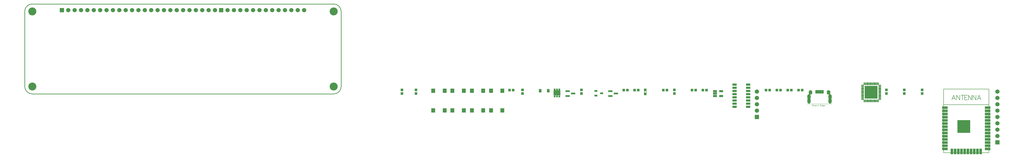
<source format=gts>
G04*
G04 #@! TF.GenerationSoftware,Altium Limited,Altium Designer,18.1.9 (240)*
G04*
G04 Layer_Color=8388736*
%FSLAX44Y44*%
%MOMM*%
G71*
G01*
G75*
%ADD10C,0.3000*%
%ADD15C,0.1270*%
%ADD16C,0.2540*%
%ADD18C,0.1000*%
%ADD19C,0.1984*%
%ADD38R,2.2032X1.1032*%
%ADD39R,1.1032X2.2032*%
%ADD40R,5.2032X5.2032*%
%ADD41R,1.1032X1.0032*%
%ADD42R,1.0432X0.4232*%
%ADD43R,0.4232X1.0432*%
%ADD44R,5.1532X5.1532*%
%ADD45R,0.6532X1.4032*%
%ADD46R,1.0032X1.1032*%
%ADD47R,1.7272X0.8382*%
%ADD48R,1.5032X0.9032*%
%ADD49R,1.0032X1.0032*%
%ADD50R,1.8032X0.8032*%
%ADD51R,1.2532X0.8032*%
%ADD52R,0.6532X0.8032*%
%ADD53R,2.8032X2.0032*%
%ADD54R,1.1172X1.4222*%
%ADD55R,1.5032X1.7531*%
%ADD56R,1.7032X1.7032*%
%ADD57C,1.7032*%
%ADD58R,1.7032X1.7032*%
%ADD59R,1.3032X1.3032*%
%ADD60O,1.4032X1.8032*%
%ADD61O,1.3032X2.0032*%
%ADD62C,3.2032*%
D10*
X3963180Y829620D02*
G03*
X3963180Y829620I-1000J0D01*
G01*
D15*
X3955350Y841740D02*
X4134550D01*
X3954950Y649740D02*
Y904740D01*
Y649740D02*
X4134950D01*
Y904740D01*
X3954950D02*
X4134950D01*
X2763330Y885190D02*
Y901190D01*
X2771330Y885190D02*
Y901190D01*
X2763330D02*
X2771330D01*
X2763330Y885190D02*
X2771330D01*
D16*
X1526500Y885220D02*
G03*
X1556500Y915220I0J30000D01*
G01*
X296500D02*
G03*
X326500Y885220I30000J0D01*
G01*
Y1245220D02*
G03*
X296500Y1215220I0J-30000D01*
G01*
X1556500D02*
G03*
X1526500Y1245220I-30000J0D01*
G01*
X326500Y885220D02*
X1526500D01*
X296500Y915220D02*
Y1215220D01*
X326500Y1245220D02*
X1526500D01*
X1556500Y915220D02*
Y1215220D01*
D18*
X3410750Y845280D02*
X3510750D01*
X3432810Y841928D02*
Y836930D01*
X3435309D01*
X3436142Y837763D01*
Y838596D01*
X3435309Y839429D01*
X3432810D01*
X3435309D01*
X3436142Y840262D01*
Y841095D01*
X3435309Y841928D01*
X3432810D01*
X3438641Y836930D02*
X3440308D01*
X3441141Y837763D01*
Y839429D01*
X3440308Y840262D01*
X3438641D01*
X3437809Y839429D01*
Y837763D01*
X3438641Y836930D01*
X3443640Y840262D02*
X3445306D01*
X3446139Y839429D01*
Y836930D01*
X3443640D01*
X3442807Y837763D01*
X3443640Y838596D01*
X3446139D01*
X3447805Y840262D02*
Y836930D01*
Y838596D01*
X3448638Y839429D01*
X3449471Y840262D01*
X3450304D01*
X3456136Y841928D02*
Y836930D01*
X3453636D01*
X3452804Y837763D01*
Y839429D01*
X3453636Y840262D01*
X3456136D01*
X3466133Y841928D02*
X3462800D01*
Y836930D01*
X3466133D01*
X3462800Y839429D02*
X3464466D01*
X3471131Y841928D02*
Y836930D01*
X3468632D01*
X3467798Y837763D01*
Y839429D01*
X3468632Y840262D01*
X3471131D01*
X3474463Y835264D02*
X3475296D01*
X3476129Y836097D01*
Y840262D01*
X3473630D01*
X3472797Y839429D01*
Y837763D01*
X3473630Y836930D01*
X3476129D01*
X3480294D02*
X3478628D01*
X3477795Y837763D01*
Y839429D01*
X3478628Y840262D01*
X3480294D01*
X3481128Y839429D01*
Y838596D01*
X3477795D01*
D19*
X4001984Y861249D02*
X3994842Y879995D01*
X3987701Y861249D01*
X3990379Y867498D02*
X3999306D01*
X4006358Y879995D02*
Y861249D01*
Y879995D02*
X4018855Y861249D01*
Y879995D02*
Y861249D01*
X4030281Y879995D02*
Y861249D01*
X4024033Y879995D02*
X4036530D01*
X4050366D02*
X4038762D01*
Y861249D01*
X4050366D01*
X4038762Y871069D02*
X4045903D01*
X4053490Y879995D02*
Y861249D01*
Y879995D02*
X4065988Y861249D01*
Y879995D02*
Y861249D01*
X4071165Y879995D02*
Y861249D01*
Y879995D02*
X4083663Y861249D01*
Y879995D02*
Y861249D01*
X4103123D02*
X4095981Y879995D01*
X4088840Y861249D01*
X4091518Y867498D02*
X4100445D01*
D38*
X4129950Y829840D02*
D03*
Y817140D02*
D03*
Y804440D02*
D03*
Y791740D02*
D03*
Y779040D02*
D03*
Y766340D02*
D03*
Y753640D02*
D03*
Y740940D02*
D03*
Y728240D02*
D03*
Y715540D02*
D03*
Y702840D02*
D03*
Y690140D02*
D03*
Y677440D02*
D03*
Y664740D02*
D03*
X3959950D02*
D03*
Y677440D02*
D03*
Y690140D02*
D03*
Y702840D02*
D03*
Y715540D02*
D03*
Y728240D02*
D03*
Y740940D02*
D03*
Y753640D02*
D03*
Y766340D02*
D03*
Y779040D02*
D03*
Y791740D02*
D03*
Y804440D02*
D03*
Y817140D02*
D03*
Y829840D02*
D03*
D39*
X4102100Y654740D02*
D03*
X4089400D02*
D03*
X4076700D02*
D03*
X4064000D02*
D03*
X4051300D02*
D03*
X4038600D02*
D03*
X4025900D02*
D03*
X4013200D02*
D03*
X4000500D02*
D03*
X3987800D02*
D03*
D40*
X4034950Y754840D02*
D03*
D41*
X3869690Y887080D02*
D03*
Y901080D02*
D03*
X3798570Y887080D02*
D03*
Y901080D02*
D03*
X3727450Y887080D02*
D03*
Y901080D02*
D03*
X2882900Y887080D02*
D03*
Y901080D02*
D03*
X2513330Y887080D02*
D03*
Y901080D02*
D03*
X2278380Y887080D02*
D03*
Y901080D02*
D03*
X1854200Y887080D02*
D03*
Y901080D02*
D03*
X1798320Y887080D02*
D03*
Y901080D02*
D03*
D42*
X3700940Y863540D02*
D03*
Y867540D02*
D03*
Y871540D02*
D03*
Y875540D02*
D03*
Y879540D02*
D03*
Y883540D02*
D03*
Y887540D02*
D03*
Y891540D02*
D03*
Y895540D02*
D03*
Y899540D02*
D03*
Y903540D02*
D03*
Y907540D02*
D03*
Y911540D02*
D03*
Y915540D02*
D03*
Y919540D02*
D03*
X3632040D02*
D03*
Y915540D02*
D03*
Y911540D02*
D03*
Y907540D02*
D03*
Y903540D02*
D03*
Y899540D02*
D03*
Y895540D02*
D03*
Y891540D02*
D03*
Y887540D02*
D03*
Y883540D02*
D03*
Y879540D02*
D03*
Y875540D02*
D03*
Y871540D02*
D03*
Y867540D02*
D03*
Y863540D02*
D03*
D43*
X3638490Y857090D02*
D03*
X3642490D02*
D03*
X3646490D02*
D03*
X3650490D02*
D03*
X3654490D02*
D03*
X3658490D02*
D03*
X3662490D02*
D03*
X3666490D02*
D03*
X3670490D02*
D03*
X3674490D02*
D03*
X3678490D02*
D03*
X3682490D02*
D03*
X3686490D02*
D03*
X3690490D02*
D03*
X3694490D02*
D03*
Y925990D02*
D03*
X3690490D02*
D03*
X3686490D02*
D03*
X3682490D02*
D03*
X3678490D02*
D03*
X3674490D02*
D03*
X3670490D02*
D03*
X3666490D02*
D03*
X3662490D02*
D03*
X3658490D02*
D03*
X3654490D02*
D03*
X3650490D02*
D03*
X3646490D02*
D03*
X3642490D02*
D03*
X3638490D02*
D03*
D44*
X3666490Y891540D02*
D03*
D45*
X3447750Y893780D02*
D03*
X3454250D02*
D03*
X3460750D02*
D03*
X3467250D02*
D03*
X3473750D02*
D03*
D46*
X3377550Y900430D02*
D03*
X3391550D02*
D03*
X3334370D02*
D03*
X3348370D02*
D03*
X3291190D02*
D03*
X3305190D02*
D03*
X3248010D02*
D03*
X3262010D02*
D03*
X2996550D02*
D03*
X3010550D02*
D03*
X2953370D02*
D03*
X2967370D02*
D03*
X2839070D02*
D03*
X2853070D02*
D03*
X2724770D02*
D03*
X2738770D02*
D03*
X2681590D02*
D03*
X2695590D02*
D03*
X2226930D02*
D03*
X2240930D02*
D03*
D47*
X3176549Y845820D02*
D03*
X3122650Y871220D02*
D03*
X3176549Y833120D02*
D03*
Y858520D02*
D03*
Y871220D02*
D03*
X3122650Y858520D02*
D03*
Y883920D02*
D03*
Y896620D02*
D03*
X3176549D02*
D03*
X3122650Y922020D02*
D03*
X3176549Y883920D02*
D03*
Y909320D02*
D03*
X3122650D02*
D03*
X3176549Y922020D02*
D03*
X3122650Y845820D02*
D03*
Y833120D02*
D03*
D48*
X3044890Y895960D02*
D03*
Y886460D02*
D03*
Y876960D02*
D03*
X3068890D02*
D03*
Y895960D02*
D03*
D49*
X2767330Y885190D02*
D03*
Y901190D02*
D03*
D50*
X2628060Y895960D02*
D03*
Y876960D02*
D03*
X2650060Y886460D02*
D03*
X2457880Y895960D02*
D03*
Y876960D02*
D03*
X2479880Y886460D02*
D03*
D51*
X2570410Y897230D02*
D03*
Y878230D02*
D03*
X2593410Y887730D02*
D03*
D52*
X2406040Y903000D02*
D03*
X2415540Y875000D02*
D03*
X2425040Y903000D02*
D03*
X2415540D02*
D03*
X2406040Y875000D02*
D03*
X2425040D02*
D03*
D53*
X2415540Y889000D02*
D03*
D54*
X2348357Y897890D02*
D03*
X2381123D02*
D03*
D55*
X2153011Y818769D02*
D03*
Y898271D02*
D03*
X2198009Y818769D02*
D03*
Y898271D02*
D03*
X2076811Y818769D02*
D03*
Y898271D02*
D03*
X2121809Y818769D02*
D03*
Y898271D02*
D03*
X1999341Y818769D02*
D03*
Y898271D02*
D03*
X2044339Y818769D02*
D03*
Y898271D02*
D03*
X1923141Y818769D02*
D03*
Y898271D02*
D03*
X1968139Y818769D02*
D03*
Y898271D02*
D03*
D56*
X444500Y1220470D02*
D03*
X1079100Y1220470D02*
D03*
D57*
X469900Y1220470D02*
D03*
X495300D02*
D03*
X520700D02*
D03*
X546100D02*
D03*
X571500D02*
D03*
X596900D02*
D03*
X622300D02*
D03*
X647700D02*
D03*
X673100D02*
D03*
X698500D02*
D03*
X723900D02*
D03*
X749300D02*
D03*
X774700D02*
D03*
X800100D02*
D03*
X825500D02*
D03*
X850900D02*
D03*
X876300D02*
D03*
X901700D02*
D03*
X927100D02*
D03*
X952500D02*
D03*
X977900D02*
D03*
X1003300D02*
D03*
X1028700D02*
D03*
X1054100D02*
D03*
X1409300Y1220470D02*
D03*
X1383900D02*
D03*
X1358500D02*
D03*
X1333100D02*
D03*
X1307700D02*
D03*
X1282300D02*
D03*
X1256900D02*
D03*
X1231500D02*
D03*
X1206100D02*
D03*
X1180700D02*
D03*
X1155300D02*
D03*
X1129900D02*
D03*
X1104500D02*
D03*
X4169410Y741680D02*
D03*
Y767080D02*
D03*
Y792480D02*
D03*
Y817880D02*
D03*
Y843280D02*
D03*
Y868680D02*
D03*
Y894080D02*
D03*
Y716280D02*
D03*
X3211830Y894080D02*
D03*
Y868680D02*
D03*
Y843280D02*
D03*
Y817880D02*
D03*
D58*
X4169410Y690880D02*
D03*
X3211830Y792480D02*
D03*
D59*
X3503000Y869650D02*
D03*
Y860410D02*
D03*
X3418500D02*
D03*
Y869650D02*
D03*
D60*
X3424750Y890780D02*
D03*
X3496750D02*
D03*
D61*
X3418500Y873780D02*
D03*
Y856280D02*
D03*
X3503000D02*
D03*
Y873780D02*
D03*
D62*
X326500Y1215220D02*
D03*
X1526500D02*
D03*
Y915220D02*
D03*
X326500D02*
D03*
M02*

</source>
